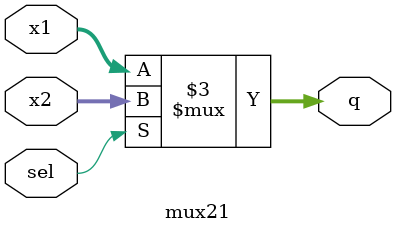
<source format=v>
`timescale 1ns/1ns
module mux21 #(parameter n = 1)(sel, x1, x2, q);
  input sel;
  input signed[n:0] x1;
  input signed[n:0] x2;
  output signed [n:0] q;
  assign q = sel ? x2 : (sel == 0 ? x1 : x1);
endmodule


</source>
